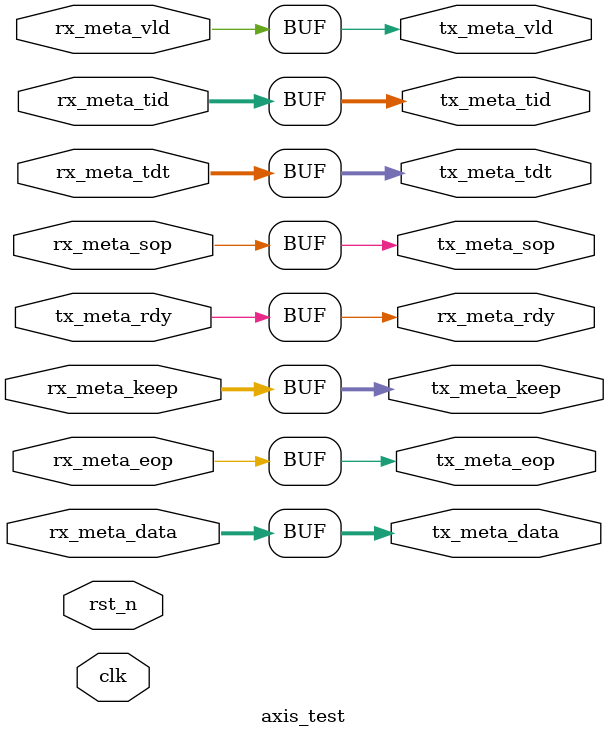
<source format=sv>
module axis_test (
    input  logic                    clk         ,
    input  logic                    rst_n       ,
    input  logic [128       -1:0]   rx_meta_data,
    input  logic [16        -1:0]   rx_meta_keep,
    input  logic                    rx_meta_vld ,
    input  logic [  4       -1:0]   rx_meta_tid ,
    input  logic [  4       -1:0]   rx_meta_tdt ,
    input  logic                    rx_meta_sop ,
    input  logic                    rx_meta_eop ,
    output logic                    rx_meta_rdy ,              

    output logic [128       -1:0]   tx_meta_data,
    output logic [16        -1:0]   tx_meta_keep,
    output logic                    tx_meta_vld ,
    output logic [  4       -1:0]   tx_meta_tid ,
    output logic [  4       -1:0]   tx_meta_tdt ,
    output logic                    tx_meta_sop ,
    output logic                    tx_meta_eop ,
    input  logic                    tx_meta_rdy  
);

assign tx_meta_data = rx_meta_data;
assign tx_meta_keep = rx_meta_keep;
assign tx_meta_vld  = rx_meta_vld ;
assign tx_meta_tid  = rx_meta_tid ;
assign tx_meta_tdt  = rx_meta_tdt ;
assign tx_meta_sop  = rx_meta_sop ;
assign tx_meta_eop  = rx_meta_eop ;
assign rx_meta_rdy  = tx_meta_rdy ;

endmodule
</source>
